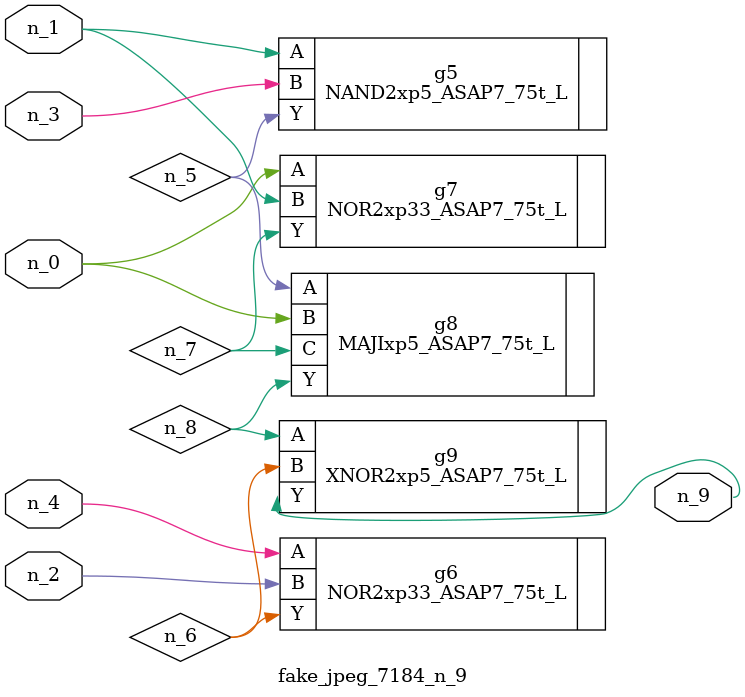
<source format=v>
module fake_jpeg_7184_n_9 (n_3, n_2, n_1, n_0, n_4, n_9);

input n_3;
input n_2;
input n_1;
input n_0;
input n_4;

output n_9;

wire n_8;
wire n_6;
wire n_5;
wire n_7;

NAND2xp5_ASAP7_75t_L g5 ( 
.A(n_1),
.B(n_3),
.Y(n_5)
);

NOR2xp33_ASAP7_75t_L g6 ( 
.A(n_4),
.B(n_2),
.Y(n_6)
);

NOR2xp33_ASAP7_75t_L g7 ( 
.A(n_0),
.B(n_1),
.Y(n_7)
);

MAJIxp5_ASAP7_75t_L g8 ( 
.A(n_5),
.B(n_0),
.C(n_7),
.Y(n_8)
);

XNOR2xp5_ASAP7_75t_L g9 ( 
.A(n_8),
.B(n_6),
.Y(n_9)
);


endmodule
</source>
